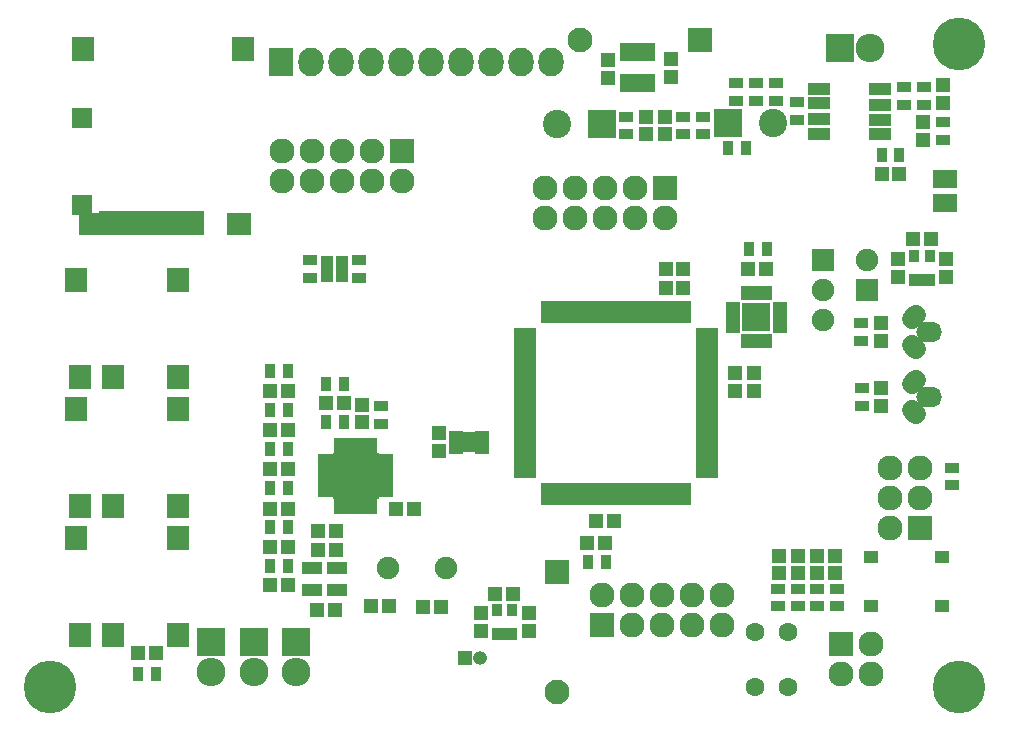
<source format=gbr>
G04 #@! TF.FileFunction,Soldermask,Top*
%FSLAX46Y46*%
G04 Gerber Fmt 4.6, Leading zero omitted, Abs format (unit mm)*
G04 Created by KiCad (PCBNEW (2015-08-05 BZR 6055, Git fa29c62)-product) date 10/03/2016 14:30:23*
%MOMM*%
G01*
G04 APERTURE LIST*
%ADD10C,0.100000*%
%ADD11R,0.900000X1.300000*%
%ADD12R,1.300000X0.900000*%
%ADD13C,4.464000*%
%ADD14R,2.127200X2.127200*%
%ADD15O,2.127200X2.127200*%
%ADD16R,1.200000X1.150000*%
%ADD17O,2.200860X1.700480*%
%ADD18C,1.700480*%
%ADD19C,1.901140*%
%ADD20R,0.700000X1.900000*%
%ADD21R,1.900000X0.700000*%
%ADD22R,1.150000X1.200000*%
%ADD23C,2.099260*%
%ADD24R,2.099260X2.099260*%
%ADD25R,1.197560X1.197560*%
%ADD26R,1.700000X1.100000*%
%ADD27R,2.127200X2.432000*%
%ADD28O,2.127200X2.432000*%
%ADD29R,0.806400X1.060400*%
%ADD30R,1.200000X0.750000*%
%ADD31R,2.350000X2.350000*%
%ADD32R,0.750000X1.200000*%
%ADD33R,4.000000X4.000000*%
%ADD34R,0.650000X1.400000*%
%ADD35R,1.400000X0.650000*%
%ADD36R,1.000000X0.650000*%
%ADD37R,1.050000X1.750000*%
%ADD38R,1.200000X0.650000*%
%ADD39R,1.900000X1.900000*%
%ADD40C,1.900000*%
%ADD41R,1.200000X2.080000*%
%ADD42R,2.100000X1.900000*%
%ADD43R,1.800000X1.900000*%
%ADD44R,1.700000X1.700000*%
%ADD45R,1.900000X2.100000*%
%ADD46R,1.700000X1.800000*%
%ADD47R,2.432000X2.432000*%
%ADD48O,2.432000X2.432000*%
%ADD49R,1.300000X1.100000*%
%ADD50C,1.600000*%
%ADD51C,2.398980*%
%ADD52R,2.398980X2.398980*%
%ADD53R,2.000000X1.600000*%
%ADD54R,1.000000X1.500000*%
%ADD55R,1.900000X1.000000*%
%ADD56R,1.200000X1.200000*%
%ADD57O,1.200000X1.200000*%
G04 APERTURE END LIST*
D10*
D11*
X89205500Y-139192000D03*
X87705500Y-139192000D03*
D12*
X90487500Y-125488000D03*
X90487500Y-126988000D03*
X86360000Y-126988000D03*
X86360000Y-125488000D03*
D13*
X141287500Y-161671000D03*
X64389000Y-161671000D03*
X141287500Y-107188000D03*
D14*
X116459000Y-119443500D03*
D15*
X116459000Y-121983500D03*
X113919000Y-119443500D03*
X113919000Y-121983500D03*
X111379000Y-119443500D03*
X111379000Y-121983500D03*
X108839000Y-119443500D03*
X108839000Y-121983500D03*
X106299000Y-119443500D03*
X106299000Y-121983500D03*
D16*
X117971000Y-126301500D03*
X116471000Y-126301500D03*
D14*
X94170500Y-116268500D03*
D15*
X94170500Y-118808500D03*
X91630500Y-116268500D03*
X91630500Y-118808500D03*
X89090500Y-116268500D03*
X89090500Y-118808500D03*
X86550500Y-116268500D03*
X86550500Y-118808500D03*
X84010500Y-116268500D03*
X84010500Y-118808500D03*
D17*
X138747500Y-137096500D03*
D18*
X137654411Y-135649589D02*
X137300589Y-136003411D01*
X137300589Y-138189589D02*
X137654411Y-138543411D01*
D19*
X97881440Y-151574500D03*
X92999560Y-151574500D03*
D20*
X118268000Y-129904500D03*
X117768000Y-129904500D03*
X117268000Y-129904500D03*
X116768000Y-129904500D03*
X116268000Y-129904500D03*
X115768000Y-129904500D03*
X115268000Y-129904500D03*
X114768000Y-129904500D03*
X114268000Y-129904500D03*
X113768000Y-129904500D03*
X113268000Y-129904500D03*
X112768000Y-129904500D03*
X112268000Y-129904500D03*
X111768000Y-129904500D03*
X111268000Y-129904500D03*
X110768000Y-129904500D03*
X110268000Y-129904500D03*
X109768000Y-129904500D03*
X109268000Y-129904500D03*
X108768000Y-129904500D03*
X108268000Y-129904500D03*
X107768000Y-129904500D03*
X107268000Y-129904500D03*
X106768000Y-129904500D03*
X106268000Y-129904500D03*
D21*
X104568000Y-131604500D03*
X104568000Y-132104500D03*
X104568000Y-132604500D03*
X104568000Y-133104500D03*
X104568000Y-133604500D03*
X104568000Y-134104500D03*
X104568000Y-134604500D03*
X104568000Y-135104500D03*
X104568000Y-135604500D03*
X104568000Y-136104500D03*
X104568000Y-136604500D03*
X104568000Y-137104500D03*
X104568000Y-137604500D03*
X104568000Y-138104500D03*
X104568000Y-138604500D03*
X104568000Y-139104500D03*
X104568000Y-139604500D03*
X104568000Y-140104500D03*
X104568000Y-140604500D03*
X104568000Y-141104500D03*
X104568000Y-141604500D03*
X104568000Y-142104500D03*
X104568000Y-142604500D03*
X104568000Y-143104500D03*
X104568000Y-143604500D03*
D20*
X106268000Y-145304500D03*
X106768000Y-145304500D03*
X107268000Y-145304500D03*
X107768000Y-145304500D03*
X108268000Y-145304500D03*
X108768000Y-145304500D03*
X109268000Y-145304500D03*
X109768000Y-145304500D03*
X110268000Y-145304500D03*
X110768000Y-145304500D03*
X111268000Y-145304500D03*
X111768000Y-145304500D03*
X112268000Y-145304500D03*
X112768000Y-145304500D03*
X113268000Y-145304500D03*
X113768000Y-145304500D03*
X114268000Y-145304500D03*
X114768000Y-145304500D03*
X115268000Y-145304500D03*
X115768000Y-145304500D03*
X116268000Y-145304500D03*
X116768000Y-145304500D03*
X117268000Y-145304500D03*
X117768000Y-145304500D03*
X118268000Y-145304500D03*
D21*
X119968000Y-143604500D03*
X119968000Y-143104500D03*
X119968000Y-142604500D03*
X119968000Y-142104500D03*
X119968000Y-141604500D03*
X119968000Y-141104500D03*
X119968000Y-140604500D03*
X119968000Y-140104500D03*
X119968000Y-139604500D03*
X119968000Y-139104500D03*
X119968000Y-138604500D03*
X119968000Y-138104500D03*
X119968000Y-137604500D03*
X119968000Y-137104500D03*
X119968000Y-136604500D03*
X119968000Y-136104500D03*
X119968000Y-135604500D03*
X119968000Y-135104500D03*
X119968000Y-134604500D03*
X119968000Y-134104500D03*
X119968000Y-133604500D03*
X119968000Y-133104500D03*
X119968000Y-132604500D03*
X119968000Y-132104500D03*
X119968000Y-131604500D03*
D22*
X134683500Y-130822000D03*
X134683500Y-132322000D03*
X136140900Y-125425700D03*
X136140900Y-126925700D03*
X140204900Y-126925700D03*
X140204900Y-125425700D03*
D16*
X138922900Y-123762700D03*
X137422900Y-123762700D03*
D22*
X100869750Y-155428250D03*
X100869750Y-156928250D03*
X104870250Y-156928250D03*
X104870250Y-155428250D03*
D16*
X103524750Y-153765250D03*
X102024750Y-153765250D03*
X88443500Y-155130500D03*
X86943500Y-155130500D03*
X111303500Y-149479000D03*
X109803500Y-149479000D03*
D22*
X134683500Y-136346500D03*
X134683500Y-137846500D03*
X122364500Y-136576500D03*
X122364500Y-135076500D03*
X123952000Y-136576500D03*
X123952000Y-135076500D03*
D16*
X124978860Y-126220220D03*
X123478860Y-126220220D03*
X117971000Y-127889000D03*
X116471000Y-127889000D03*
X91515500Y-154813000D03*
X93015500Y-154813000D03*
X95960500Y-154876500D03*
X97460500Y-154876500D03*
X87070500Y-150050500D03*
X88570500Y-150050500D03*
X87070500Y-148463000D03*
X88570500Y-148463000D03*
X93674500Y-146558000D03*
X95174500Y-146558000D03*
X84506500Y-136588500D03*
X83006500Y-136588500D03*
X84506500Y-139890500D03*
X83006500Y-139890500D03*
X84506500Y-143192500D03*
X83006500Y-143192500D03*
X84506500Y-146558000D03*
X83006500Y-146558000D03*
X84506500Y-149796500D03*
X83006500Y-149796500D03*
X84506500Y-153035000D03*
X83006500Y-153035000D03*
D22*
X90741500Y-139243500D03*
X90741500Y-137743500D03*
D16*
X73324000Y-158813500D03*
X71824000Y-158813500D03*
X89205500Y-137604500D03*
X87705500Y-137604500D03*
D22*
X97282000Y-140156500D03*
X97282000Y-141656500D03*
D16*
X112065500Y-147574000D03*
X110565500Y-147574000D03*
D23*
X107317540Y-162052520D03*
D24*
X107317540Y-151892520D03*
D25*
X126079250Y-150539450D03*
X126079250Y-152038050D03*
X127666750Y-150539450D03*
X127666750Y-152038050D03*
X129254250Y-150539450D03*
X129254250Y-152038050D03*
X130841750Y-150539450D03*
X130841750Y-152038050D03*
D26*
X86550500Y-153477000D03*
X86550500Y-151577000D03*
X88646000Y-153477000D03*
X88646000Y-151577000D03*
D14*
X131318000Y-157988000D03*
D15*
X133858000Y-157988000D03*
X131318000Y-160528000D03*
X133858000Y-160528000D03*
D14*
X138049000Y-148209000D03*
D15*
X135509000Y-148209000D03*
X138049000Y-145669000D03*
X135509000Y-145669000D03*
X138049000Y-143129000D03*
X135509000Y-143129000D03*
D14*
X111125000Y-156400500D03*
D15*
X111125000Y-153860500D03*
X113665000Y-156400500D03*
X113665000Y-153860500D03*
X116205000Y-156400500D03*
X116205000Y-153860500D03*
X118745000Y-156400500D03*
X118745000Y-153860500D03*
X121285000Y-156400500D03*
X121285000Y-153860500D03*
D27*
X83883500Y-108712000D03*
D28*
X86423500Y-108712000D03*
X88963500Y-108712000D03*
X91503500Y-108712000D03*
X94043500Y-108712000D03*
X96583500Y-108712000D03*
X99123500Y-108712000D03*
X101663500Y-108712000D03*
X104203500Y-108712000D03*
X106743500Y-108712000D03*
D11*
X109930500Y-151066500D03*
X111430500Y-151066500D03*
D12*
X133032500Y-130822000D03*
X133032500Y-132322000D03*
X133096000Y-136346500D03*
X133096000Y-137846500D03*
X140716000Y-143077500D03*
X140716000Y-144577500D03*
D11*
X123542360Y-124569220D03*
X125042360Y-124569220D03*
D12*
X126015750Y-154832750D03*
X126015750Y-153332750D03*
X127666750Y-154832750D03*
X127666750Y-153332750D03*
X129317750Y-154832750D03*
X129317750Y-153332750D03*
X130968750Y-154832750D03*
X130968750Y-153332750D03*
D11*
X84506500Y-151447500D03*
X83006500Y-151447500D03*
X84506500Y-148145500D03*
X83006500Y-148145500D03*
X84506500Y-144843500D03*
X83006500Y-144843500D03*
X84506500Y-141541500D03*
X83006500Y-141541500D03*
X84506500Y-138239500D03*
X83006500Y-138239500D03*
X84506500Y-134937500D03*
X83006500Y-134937500D03*
D12*
X92392500Y-137870500D03*
X92392500Y-139370500D03*
D11*
X73324000Y-160528000D03*
X71824000Y-160528000D03*
X89205500Y-136017000D03*
X87705500Y-136017000D03*
D29*
X137512500Y-127191700D03*
X138833300Y-127191700D03*
X138172900Y-127191700D03*
X138833300Y-125159700D03*
X137512500Y-125159700D03*
X102177850Y-157194250D03*
X103498650Y-157194250D03*
X102838250Y-157194250D03*
X103498650Y-155162250D03*
X102177850Y-155162250D03*
D30*
X122145440Y-131332880D03*
X122145440Y-130682880D03*
X122145440Y-130032880D03*
X122145440Y-129382880D03*
D31*
X124170440Y-130357880D03*
D30*
X126195440Y-131332880D03*
X126195440Y-130682880D03*
X126195440Y-130032880D03*
X126195440Y-129382880D03*
D32*
X123195440Y-128332880D03*
X123845440Y-128332880D03*
X124495440Y-128332880D03*
X125145440Y-128332880D03*
X123195440Y-132382880D03*
X123845440Y-132382880D03*
X124495440Y-132382880D03*
X125145440Y-132382880D03*
D33*
X90233500Y-143764000D03*
D34*
X90233500Y-141264000D03*
X90733500Y-141264000D03*
X91233500Y-141264000D03*
X91733500Y-141264000D03*
X89733500Y-141264000D03*
X89233500Y-141264000D03*
X88733500Y-141264000D03*
X90233500Y-146364000D03*
X89733500Y-146364000D03*
X89233500Y-146364000D03*
X88733500Y-146364000D03*
X90733500Y-146364000D03*
X91233500Y-146364000D03*
X91733500Y-146364000D03*
D35*
X92733500Y-142264000D03*
X92733500Y-142764000D03*
X92733500Y-143264000D03*
X92733500Y-143764000D03*
X92733500Y-144264000D03*
X92733500Y-144764000D03*
X92733500Y-145264000D03*
X87733500Y-145264000D03*
X87733500Y-144764000D03*
X87733500Y-144264000D03*
X87733500Y-143764000D03*
X87733500Y-143264000D03*
X87733500Y-142764000D03*
X87733500Y-142264000D03*
D36*
X89105500Y-126988000D03*
X89105500Y-126488000D03*
X87805500Y-126488000D03*
X87805500Y-126988000D03*
X89105500Y-125988000D03*
X89105500Y-125488000D03*
X87805500Y-125988000D03*
X87805500Y-125488000D03*
D37*
X99790250Y-140938250D03*
D38*
X98690250Y-140288250D03*
X98690250Y-140938250D03*
X98690250Y-141588250D03*
X100890250Y-141588250D03*
X100890250Y-140938250D03*
X100890250Y-140288250D03*
D39*
X129809240Y-125534420D03*
D40*
X129809240Y-128074420D03*
X129809240Y-130614420D03*
D39*
X133497320Y-128076960D03*
D40*
X133497320Y-125536960D03*
D41*
X69118000Y-122387000D03*
X70218000Y-122387000D03*
X72418000Y-122387000D03*
X71318000Y-122387000D03*
X75718000Y-122387000D03*
X76818000Y-122387000D03*
X74618000Y-122387000D03*
X73518000Y-122387000D03*
D42*
X80368000Y-122477000D03*
D43*
X67618000Y-122477000D03*
D44*
X67058000Y-120807000D03*
D45*
X80658000Y-107627000D03*
D46*
X67058000Y-113467000D03*
D45*
X67168000Y-107627000D03*
X66876000Y-157262000D03*
X69676000Y-157262000D03*
X75176000Y-157262000D03*
X75176000Y-149062000D03*
X66576000Y-149062000D03*
X66876000Y-146340000D03*
X69676000Y-146340000D03*
X75176000Y-146340000D03*
X75176000Y-138140000D03*
X66576000Y-138140000D03*
X66876000Y-135418000D03*
X69676000Y-135418000D03*
X75176000Y-135418000D03*
X75176000Y-127218000D03*
X66576000Y-127218000D03*
D47*
X85200000Y-157800000D03*
D48*
X85200000Y-160340000D03*
D47*
X81600000Y-157800000D03*
D48*
X81600000Y-160340000D03*
D47*
X78000000Y-157800000D03*
D48*
X78000000Y-160340000D03*
D49*
X133842500Y-154817500D03*
X133842500Y-150617500D03*
X139842500Y-154817500D03*
X139842500Y-150617500D03*
D50*
X126876000Y-161621500D03*
X124076000Y-161621500D03*
X126876000Y-157021500D03*
X124076000Y-157021500D03*
D17*
X138747500Y-131572000D03*
D18*
X137654411Y-130125089D02*
X137300589Y-130478911D01*
X137300589Y-132665089D02*
X137654411Y-133018911D01*
D22*
X116903500Y-108470000D03*
X116903500Y-109970000D03*
X111569500Y-110097000D03*
X111569500Y-108597000D03*
D16*
X134759000Y-118237000D03*
X136259000Y-118237000D03*
D22*
X138239500Y-113804000D03*
X138239500Y-115304000D03*
X116395500Y-113359500D03*
X116395500Y-114859500D03*
X114808000Y-113359500D03*
X114808000Y-114859500D03*
X139985750Y-112224250D03*
X139985750Y-110724250D03*
D23*
X109219480Y-106867960D03*
D24*
X119379480Y-106867960D03*
D51*
X125539500Y-113919000D03*
D52*
X121729500Y-113919000D03*
D51*
X107251500Y-113982500D03*
D52*
X111061500Y-113982500D03*
D53*
X140144500Y-118634000D03*
X140144500Y-120634000D03*
D12*
X117983000Y-113359500D03*
X117983000Y-114859500D03*
D11*
X134759000Y-116586000D03*
X136259000Y-116586000D03*
D12*
X119634000Y-114859500D03*
X119634000Y-113359500D03*
X136620250Y-110851250D03*
X136620250Y-112351250D03*
X139954000Y-115304000D03*
X139954000Y-113804000D03*
X113157000Y-113359500D03*
X113157000Y-114859500D03*
X127571500Y-113653000D03*
X127571500Y-112153000D03*
D11*
X121741500Y-116014500D03*
X123241500Y-116014500D03*
D12*
X125857000Y-112002000D03*
X125857000Y-110502000D03*
X138334750Y-112351250D03*
X138334750Y-110851250D03*
X124142500Y-112002000D03*
X124142500Y-110502000D03*
X122428000Y-112002000D03*
X122428000Y-110502000D03*
D54*
X113109500Y-110520000D03*
X114109500Y-110520000D03*
X115109500Y-110520000D03*
X115109500Y-107920000D03*
X114109500Y-107920000D03*
X113109500Y-107920000D03*
D55*
X134648250Y-114834750D03*
X134648250Y-113634750D03*
X134648250Y-112334750D03*
X134648250Y-111034750D03*
X129448250Y-111034750D03*
X129448250Y-112234750D03*
X129448250Y-113534750D03*
X129448250Y-114834750D03*
D47*
X131254500Y-107569000D03*
D48*
X133794500Y-107569000D03*
D56*
X99504500Y-159194500D03*
D57*
X100754500Y-159194500D03*
M02*

</source>
